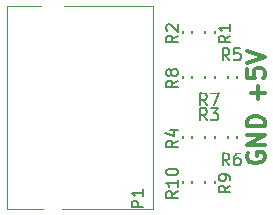
<source format=gbr>
%TF.GenerationSoftware,KiCad,Pcbnew,0.201604071231+6672~43~ubuntu15.10.1-product*%
%TF.CreationDate,2016-04-11T15:25:12+02:00*%
%TF.ProjectId,connector,636F6E6E6563746F722E6B696361645F,rev?*%
%TF.FileFunction,Legend,Top*%
%FSLAX46Y46*%
G04 Gerber Fmt 4.6, Leading zero omitted, Abs format (unit mm)*
G04 Created by KiCad (PCBNEW 0.201604071231+6672~43~ubuntu15.10.1-product) date pon, 11 kwi 2016, 15:25:12*
%MOMM*%
G01*
G04 APERTURE LIST*
%ADD10C,0.100000*%
%ADD11C,0.300000*%
%ADD12C,0.127000*%
%ADD13C,0.150000*%
%ADD14C,1.924000*%
%ADD15C,4.400000*%
%ADD16C,2.940000*%
%ADD17R,1.400760X1.299160*%
G04 APERTURE END LIST*
D10*
D11*
X185432000Y-116907857D02*
X185360571Y-117050714D01*
X185360571Y-117265000D01*
X185432000Y-117479285D01*
X185574857Y-117622142D01*
X185717714Y-117693571D01*
X186003428Y-117765000D01*
X186217714Y-117765000D01*
X186503428Y-117693571D01*
X186646285Y-117622142D01*
X186789142Y-117479285D01*
X186860571Y-117265000D01*
X186860571Y-117122142D01*
X186789142Y-116907857D01*
X186717714Y-116836428D01*
X186217714Y-116836428D01*
X186217714Y-117122142D01*
X186860571Y-116193571D02*
X185360571Y-116193571D01*
X186860571Y-115336428D01*
X185360571Y-115336428D01*
X186860571Y-114622142D02*
X185360571Y-114622142D01*
X185360571Y-114265000D01*
X185432000Y-114050714D01*
X185574857Y-113907857D01*
X185717714Y-113836428D01*
X186003428Y-113765000D01*
X186217714Y-113765000D01*
X186503428Y-113836428D01*
X186646285Y-113907857D01*
X186789142Y-114050714D01*
X186860571Y-114265000D01*
X186860571Y-114622142D01*
X186289142Y-112359571D02*
X186289142Y-111216714D01*
X186860571Y-111788142D02*
X185717714Y-111788142D01*
X185360571Y-109788142D02*
X185360571Y-110502428D01*
X186074857Y-110573857D01*
X186003428Y-110502428D01*
X185932000Y-110359571D01*
X185932000Y-110002428D01*
X186003428Y-109859571D01*
X186074857Y-109788142D01*
X186217714Y-109716714D01*
X186574857Y-109716714D01*
X186717714Y-109788142D01*
X186789142Y-109859571D01*
X186860571Y-110002428D01*
X186860571Y-110359571D01*
X186789142Y-110502428D01*
X186717714Y-110573857D01*
X185360571Y-109288142D02*
X186860571Y-108788142D01*
X185360571Y-108288142D01*
D10*
X177454000Y-121655000D02*
X165064000Y-121655000D01*
X177454000Y-104405000D02*
X165064000Y-104405000D01*
X165064000Y-104405000D02*
X165064000Y-121655000D01*
X177454000Y-104405000D02*
X177454000Y-121655000D01*
D12*
X181838600Y-107238800D02*
X182651400Y-107238800D01*
X182626000Y-106121200D02*
X181838600Y-106121200D01*
X182651400Y-105867200D02*
X182651400Y-107492800D01*
X182651400Y-107492800D02*
X181838600Y-107492800D01*
X181838600Y-107492800D02*
X181838600Y-105867200D01*
X181838600Y-105867200D02*
X182651400Y-105867200D01*
X180746400Y-106121200D02*
X179933600Y-106121200D01*
X179959000Y-107238800D02*
X180746400Y-107238800D01*
X179933600Y-107492800D02*
X179933600Y-105867200D01*
X179933600Y-105867200D02*
X180746400Y-105867200D01*
X180746400Y-105867200D02*
X180746400Y-107492800D01*
X180746400Y-107492800D02*
X179933600Y-107492800D01*
X181838600Y-116128800D02*
X182651400Y-116128800D01*
X182626000Y-115011200D02*
X181838600Y-115011200D01*
X182651400Y-114757200D02*
X182651400Y-116382800D01*
X182651400Y-116382800D02*
X181838600Y-116382800D01*
X181838600Y-116382800D02*
X181838600Y-114757200D01*
X181838600Y-114757200D02*
X182651400Y-114757200D01*
X180746400Y-115011200D02*
X179933600Y-115011200D01*
X179959000Y-116128800D02*
X180746400Y-116128800D01*
X179933600Y-116382800D02*
X179933600Y-114757200D01*
X179933600Y-114757200D02*
X180746400Y-114757200D01*
X180746400Y-114757200D02*
X180746400Y-116382800D01*
X180746400Y-116382800D02*
X179933600Y-116382800D01*
X184556400Y-109931200D02*
X183743600Y-109931200D01*
X183769000Y-111048800D02*
X184556400Y-111048800D01*
X183743600Y-111302800D02*
X183743600Y-109677200D01*
X183743600Y-109677200D02*
X184556400Y-109677200D01*
X184556400Y-109677200D02*
X184556400Y-111302800D01*
X184556400Y-111302800D02*
X183743600Y-111302800D01*
X184556400Y-115011200D02*
X183743600Y-115011200D01*
X183769000Y-116128800D02*
X184556400Y-116128800D01*
X183743600Y-116382800D02*
X183743600Y-114757200D01*
X183743600Y-114757200D02*
X184556400Y-114757200D01*
X184556400Y-114757200D02*
X184556400Y-116382800D01*
X184556400Y-116382800D02*
X183743600Y-116382800D01*
X182651400Y-109931200D02*
X181838600Y-109931200D01*
X181864000Y-111048800D02*
X182651400Y-111048800D01*
X181838600Y-111302800D02*
X181838600Y-109677200D01*
X181838600Y-109677200D02*
X182651400Y-109677200D01*
X182651400Y-109677200D02*
X182651400Y-111302800D01*
X182651400Y-111302800D02*
X181838600Y-111302800D01*
X179933600Y-111048800D02*
X180746400Y-111048800D01*
X180721000Y-109931200D02*
X179933600Y-109931200D01*
X180746400Y-109677200D02*
X180746400Y-111302800D01*
X180746400Y-111302800D02*
X179933600Y-111302800D01*
X179933600Y-111302800D02*
X179933600Y-109677200D01*
X179933600Y-109677200D02*
X180746400Y-109677200D01*
X182651400Y-118821200D02*
X181838600Y-118821200D01*
X181864000Y-119938800D02*
X182651400Y-119938800D01*
X181838600Y-120192800D02*
X181838600Y-118567200D01*
X181838600Y-118567200D02*
X182651400Y-118567200D01*
X182651400Y-118567200D02*
X182651400Y-120192800D01*
X182651400Y-120192800D02*
X181838600Y-120192800D01*
X179933600Y-119938800D02*
X180746400Y-119938800D01*
X180721000Y-118821200D02*
X179933600Y-118821200D01*
X180746400Y-118567200D02*
X180746400Y-120192800D01*
X180746400Y-120192800D02*
X179933600Y-120192800D01*
X179933600Y-120192800D02*
X179933600Y-118567200D01*
X179933600Y-118567200D02*
X180746400Y-118567200D01*
D13*
X176601380Y-121485595D02*
X175601380Y-121485595D01*
X175601380Y-121104642D01*
X175649000Y-121009404D01*
X175696619Y-120961785D01*
X175791857Y-120914166D01*
X175934714Y-120914166D01*
X176029952Y-120961785D01*
X176077571Y-121009404D01*
X176125190Y-121104642D01*
X176125190Y-121485595D01*
X176601380Y-119961785D02*
X176601380Y-120533214D01*
X176601380Y-120247500D02*
X175601380Y-120247500D01*
X175744238Y-120342738D01*
X175839476Y-120437976D01*
X175887095Y-120533214D01*
X183967380Y-106944166D02*
X183491190Y-107277500D01*
X183967380Y-107515595D02*
X182967380Y-107515595D01*
X182967380Y-107134642D01*
X183015000Y-107039404D01*
X183062619Y-106991785D01*
X183157857Y-106944166D01*
X183300714Y-106944166D01*
X183395952Y-106991785D01*
X183443571Y-107039404D01*
X183491190Y-107134642D01*
X183491190Y-107515595D01*
X183967380Y-105991785D02*
X183967380Y-106563214D01*
X183967380Y-106277500D02*
X182967380Y-106277500D01*
X183110238Y-106372738D01*
X183205476Y-106467976D01*
X183253095Y-106563214D01*
X179522380Y-106944166D02*
X179046190Y-107277500D01*
X179522380Y-107515595D02*
X178522380Y-107515595D01*
X178522380Y-107134642D01*
X178570000Y-107039404D01*
X178617619Y-106991785D01*
X178712857Y-106944166D01*
X178855714Y-106944166D01*
X178950952Y-106991785D01*
X178998571Y-107039404D01*
X179046190Y-107134642D01*
X179046190Y-107515595D01*
X178617619Y-106563214D02*
X178570000Y-106515595D01*
X178522380Y-106420357D01*
X178522380Y-106182261D01*
X178570000Y-106087023D01*
X178617619Y-106039404D01*
X178712857Y-105991785D01*
X178808095Y-105991785D01*
X178950952Y-106039404D01*
X179522380Y-106610833D01*
X179522380Y-105991785D01*
X181980833Y-114117380D02*
X181647500Y-113641190D01*
X181409404Y-114117380D02*
X181409404Y-113117380D01*
X181790357Y-113117380D01*
X181885595Y-113165000D01*
X181933214Y-113212619D01*
X181980833Y-113307857D01*
X181980833Y-113450714D01*
X181933214Y-113545952D01*
X181885595Y-113593571D01*
X181790357Y-113641190D01*
X181409404Y-113641190D01*
X182314166Y-113117380D02*
X182933214Y-113117380D01*
X182599880Y-113498333D01*
X182742738Y-113498333D01*
X182837976Y-113545952D01*
X182885595Y-113593571D01*
X182933214Y-113688809D01*
X182933214Y-113926904D01*
X182885595Y-114022142D01*
X182837976Y-114069761D01*
X182742738Y-114117380D01*
X182457023Y-114117380D01*
X182361785Y-114069761D01*
X182314166Y-114022142D01*
X179522380Y-115834166D02*
X179046190Y-116167500D01*
X179522380Y-116405595D02*
X178522380Y-116405595D01*
X178522380Y-116024642D01*
X178570000Y-115929404D01*
X178617619Y-115881785D01*
X178712857Y-115834166D01*
X178855714Y-115834166D01*
X178950952Y-115881785D01*
X178998571Y-115929404D01*
X179046190Y-116024642D01*
X179046190Y-116405595D01*
X178855714Y-114977023D02*
X179522380Y-114977023D01*
X178474761Y-115215119D02*
X179189047Y-115453214D01*
X179189047Y-114834166D01*
X183885833Y-109037380D02*
X183552500Y-108561190D01*
X183314404Y-109037380D02*
X183314404Y-108037380D01*
X183695357Y-108037380D01*
X183790595Y-108085000D01*
X183838214Y-108132619D01*
X183885833Y-108227857D01*
X183885833Y-108370714D01*
X183838214Y-108465952D01*
X183790595Y-108513571D01*
X183695357Y-108561190D01*
X183314404Y-108561190D01*
X184790595Y-108037380D02*
X184314404Y-108037380D01*
X184266785Y-108513571D01*
X184314404Y-108465952D01*
X184409642Y-108418333D01*
X184647738Y-108418333D01*
X184742976Y-108465952D01*
X184790595Y-108513571D01*
X184838214Y-108608809D01*
X184838214Y-108846904D01*
X184790595Y-108942142D01*
X184742976Y-108989761D01*
X184647738Y-109037380D01*
X184409642Y-109037380D01*
X184314404Y-108989761D01*
X184266785Y-108942142D01*
X183885833Y-117927380D02*
X183552500Y-117451190D01*
X183314404Y-117927380D02*
X183314404Y-116927380D01*
X183695357Y-116927380D01*
X183790595Y-116975000D01*
X183838214Y-117022619D01*
X183885833Y-117117857D01*
X183885833Y-117260714D01*
X183838214Y-117355952D01*
X183790595Y-117403571D01*
X183695357Y-117451190D01*
X183314404Y-117451190D01*
X184742976Y-116927380D02*
X184552500Y-116927380D01*
X184457261Y-116975000D01*
X184409642Y-117022619D01*
X184314404Y-117165476D01*
X184266785Y-117355952D01*
X184266785Y-117736904D01*
X184314404Y-117832142D01*
X184362023Y-117879761D01*
X184457261Y-117927380D01*
X184647738Y-117927380D01*
X184742976Y-117879761D01*
X184790595Y-117832142D01*
X184838214Y-117736904D01*
X184838214Y-117498809D01*
X184790595Y-117403571D01*
X184742976Y-117355952D01*
X184647738Y-117308333D01*
X184457261Y-117308333D01*
X184362023Y-117355952D01*
X184314404Y-117403571D01*
X184266785Y-117498809D01*
X181980833Y-112847380D02*
X181647500Y-112371190D01*
X181409404Y-112847380D02*
X181409404Y-111847380D01*
X181790357Y-111847380D01*
X181885595Y-111895000D01*
X181933214Y-111942619D01*
X181980833Y-112037857D01*
X181980833Y-112180714D01*
X181933214Y-112275952D01*
X181885595Y-112323571D01*
X181790357Y-112371190D01*
X181409404Y-112371190D01*
X182314166Y-111847380D02*
X182980833Y-111847380D01*
X182552261Y-112847380D01*
X179522380Y-110754166D02*
X179046190Y-111087500D01*
X179522380Y-111325595D02*
X178522380Y-111325595D01*
X178522380Y-110944642D01*
X178570000Y-110849404D01*
X178617619Y-110801785D01*
X178712857Y-110754166D01*
X178855714Y-110754166D01*
X178950952Y-110801785D01*
X178998571Y-110849404D01*
X179046190Y-110944642D01*
X179046190Y-111325595D01*
X178950952Y-110182738D02*
X178903333Y-110277976D01*
X178855714Y-110325595D01*
X178760476Y-110373214D01*
X178712857Y-110373214D01*
X178617619Y-110325595D01*
X178570000Y-110277976D01*
X178522380Y-110182738D01*
X178522380Y-109992261D01*
X178570000Y-109897023D01*
X178617619Y-109849404D01*
X178712857Y-109801785D01*
X178760476Y-109801785D01*
X178855714Y-109849404D01*
X178903333Y-109897023D01*
X178950952Y-109992261D01*
X178950952Y-110182738D01*
X178998571Y-110277976D01*
X179046190Y-110325595D01*
X179141428Y-110373214D01*
X179331904Y-110373214D01*
X179427142Y-110325595D01*
X179474761Y-110277976D01*
X179522380Y-110182738D01*
X179522380Y-109992261D01*
X179474761Y-109897023D01*
X179427142Y-109849404D01*
X179331904Y-109801785D01*
X179141428Y-109801785D01*
X179046190Y-109849404D01*
X178998571Y-109897023D01*
X178950952Y-109992261D01*
X183967380Y-119644166D02*
X183491190Y-119977500D01*
X183967380Y-120215595D02*
X182967380Y-120215595D01*
X182967380Y-119834642D01*
X183015000Y-119739404D01*
X183062619Y-119691785D01*
X183157857Y-119644166D01*
X183300714Y-119644166D01*
X183395952Y-119691785D01*
X183443571Y-119739404D01*
X183491190Y-119834642D01*
X183491190Y-120215595D01*
X183967380Y-119167976D02*
X183967380Y-118977500D01*
X183919761Y-118882261D01*
X183872142Y-118834642D01*
X183729285Y-118739404D01*
X183538809Y-118691785D01*
X183157857Y-118691785D01*
X183062619Y-118739404D01*
X183015000Y-118787023D01*
X182967380Y-118882261D01*
X182967380Y-119072738D01*
X183015000Y-119167976D01*
X183062619Y-119215595D01*
X183157857Y-119263214D01*
X183395952Y-119263214D01*
X183491190Y-119215595D01*
X183538809Y-119167976D01*
X183586428Y-119072738D01*
X183586428Y-118882261D01*
X183538809Y-118787023D01*
X183491190Y-118739404D01*
X183395952Y-118691785D01*
X179522380Y-120120357D02*
X179046190Y-120453690D01*
X179522380Y-120691785D02*
X178522380Y-120691785D01*
X178522380Y-120310833D01*
X178570000Y-120215595D01*
X178617619Y-120167976D01*
X178712857Y-120120357D01*
X178855714Y-120120357D01*
X178950952Y-120167976D01*
X178998571Y-120215595D01*
X179046190Y-120310833D01*
X179046190Y-120691785D01*
X179522380Y-119167976D02*
X179522380Y-119739404D01*
X179522380Y-119453690D02*
X178522380Y-119453690D01*
X178665238Y-119548928D01*
X178760476Y-119644166D01*
X178808095Y-119739404D01*
X178522380Y-118548928D02*
X178522380Y-118453690D01*
X178570000Y-118358452D01*
X178617619Y-118310833D01*
X178712857Y-118263214D01*
X178903333Y-118215595D01*
X179141428Y-118215595D01*
X179331904Y-118263214D01*
X179427142Y-118310833D01*
X179474761Y-118358452D01*
X179522380Y-118453690D01*
X179522380Y-118548928D01*
X179474761Y-118644166D01*
X179427142Y-118691785D01*
X179331904Y-118739404D01*
X179141428Y-118787023D01*
X178903333Y-118787023D01*
X178712857Y-118739404D01*
X178617619Y-118691785D01*
X178570000Y-118644166D01*
X178522380Y-118548928D01*
%LPC*%
D14*
X174244000Y-109530000D03*
X174244000Y-116530000D03*
X174244000Y-112030000D03*
X174244000Y-114030000D03*
X171624000Y-109530000D03*
X171624000Y-116530000D03*
X171624000Y-112030000D03*
X171624000Y-114030000D03*
D15*
X168914000Y-106460000D03*
X168914000Y-119600000D03*
D16*
X185420000Y-119380000D03*
X185420000Y-106680000D03*
D17*
X182245000Y-107431840D03*
X182245000Y-105928160D03*
X180340000Y-105928160D03*
X180340000Y-107431840D03*
X182245000Y-116321840D03*
X182245000Y-114818160D03*
X180340000Y-114818160D03*
X180340000Y-116321840D03*
X184150000Y-109738160D03*
X184150000Y-111241840D03*
X184150000Y-114818160D03*
X184150000Y-116321840D03*
X182245000Y-109738160D03*
X182245000Y-111241840D03*
X180340000Y-111241840D03*
X180340000Y-109738160D03*
X182245000Y-118628160D03*
X182245000Y-120131840D03*
X180340000Y-120131840D03*
X180340000Y-118628160D03*
M02*

</source>
